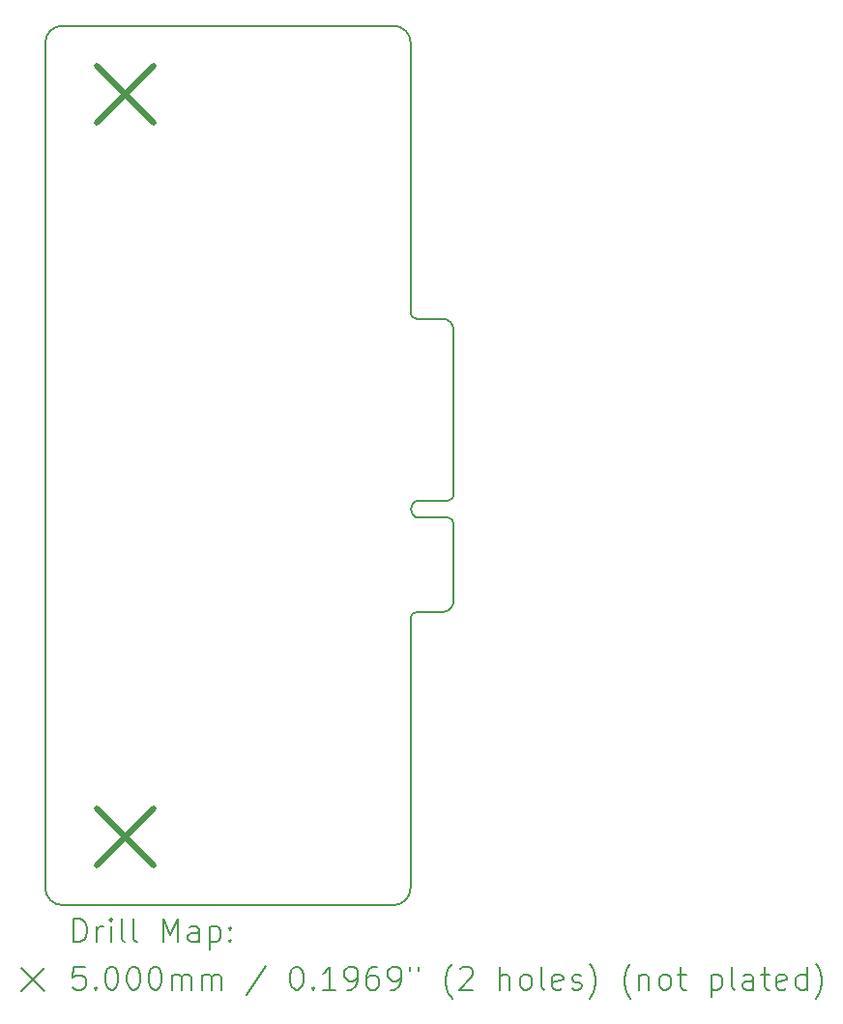
<source format=gbr>
%TF.GenerationSoftware,KiCad,Pcbnew,8.0.4*%
%TF.CreationDate,2025-01-31T11:06:43+01:00*%
%TF.ProjectId,uconsole-expansion-card-template.kicad_pcb_2.54,75636f6e-736f-46c6-952d-657870616e73,0.1*%
%TF.SameCoordinates,Original*%
%TF.FileFunction,Drillmap*%
%TF.FilePolarity,Positive*%
%FSLAX45Y45*%
G04 Gerber Fmt 4.5, Leading zero omitted, Abs format (unit mm)*
G04 Created by KiCad (PCBNEW 8.0.4) date 2025-01-31 11:06:43*
%MOMM*%
%LPD*%
G01*
G04 APERTURE LIST*
%ADD10C,0.200000*%
%ADD11C,0.500000*%
G04 APERTURE END LIST*
D10*
X11688500Y-8715000D02*
G75*
G02*
X11788500Y-8815000I0J-100000D01*
G01*
X8361500Y-6150000D02*
X11261500Y-6150000D01*
X8361500Y-13850000D02*
G75*
G02*
X8211500Y-13700000I0J150000D01*
G01*
X11788500Y-11185000D02*
G75*
G02*
X11688500Y-11285000I-100000J0D01*
G01*
X11688500Y-11285000D02*
X11461500Y-11285000D01*
X11411500Y-6300000D02*
X11411500Y-8665000D01*
X11411500Y-11335000D02*
X11411500Y-13700000D01*
X11788500Y-8815000D02*
X11788500Y-10258000D01*
X11261500Y-13850000D02*
X8361500Y-13850000D01*
X8211500Y-13700000D02*
X8211500Y-6300000D01*
X11788500Y-10258000D02*
G75*
G02*
X11738500Y-10308000I-50000J0D01*
G01*
X11488500Y-10458000D02*
G75*
G02*
X11488500Y-10308000I0J75000D01*
G01*
X11411500Y-11335000D02*
G75*
G02*
X11461500Y-11285000I50000J0D01*
G01*
X11488500Y-10308000D02*
X11738500Y-10308000D01*
X11738500Y-10458000D02*
G75*
G02*
X11788500Y-10508000I0J-50000D01*
G01*
X11411500Y-13700000D02*
G75*
G02*
X11261500Y-13850000I-150000J0D01*
G01*
X11788500Y-10508000D02*
X11788500Y-11185000D01*
X11461500Y-8715000D02*
G75*
G02*
X11411500Y-8665000I0J50000D01*
G01*
X11461500Y-8715000D02*
X11688500Y-8715000D01*
X11738500Y-10458000D02*
X11488500Y-10458000D01*
X11261500Y-6150000D02*
G75*
G02*
X11411500Y-6300000I0J-150000D01*
G01*
X8211500Y-6300000D02*
G75*
G02*
X8361500Y-6150000I150000J0D01*
G01*
D11*
X8661500Y-13000000D02*
X9161500Y-13500000D01*
X9161500Y-13000000D02*
X8661500Y-13500000D01*
X8662880Y-6498800D02*
X9162880Y-6998800D01*
X9162880Y-6498800D02*
X8662880Y-6998800D01*
D10*
X8462277Y-14171484D02*
X8462277Y-13971484D01*
X8462277Y-13971484D02*
X8509896Y-13971484D01*
X8509896Y-13971484D02*
X8538467Y-13981008D01*
X8538467Y-13981008D02*
X8557515Y-14000055D01*
X8557515Y-14000055D02*
X8567039Y-14019103D01*
X8567039Y-14019103D02*
X8576563Y-14057198D01*
X8576563Y-14057198D02*
X8576563Y-14085769D01*
X8576563Y-14085769D02*
X8567039Y-14123865D01*
X8567039Y-14123865D02*
X8557515Y-14142912D01*
X8557515Y-14142912D02*
X8538467Y-14161960D01*
X8538467Y-14161960D02*
X8509896Y-14171484D01*
X8509896Y-14171484D02*
X8462277Y-14171484D01*
X8662277Y-14171484D02*
X8662277Y-14038150D01*
X8662277Y-14076246D02*
X8671801Y-14057198D01*
X8671801Y-14057198D02*
X8681324Y-14047674D01*
X8681324Y-14047674D02*
X8700372Y-14038150D01*
X8700372Y-14038150D02*
X8719420Y-14038150D01*
X8786086Y-14171484D02*
X8786086Y-14038150D01*
X8786086Y-13971484D02*
X8776563Y-13981008D01*
X8776563Y-13981008D02*
X8786086Y-13990531D01*
X8786086Y-13990531D02*
X8795610Y-13981008D01*
X8795610Y-13981008D02*
X8786086Y-13971484D01*
X8786086Y-13971484D02*
X8786086Y-13990531D01*
X8909896Y-14171484D02*
X8890848Y-14161960D01*
X8890848Y-14161960D02*
X8881324Y-14142912D01*
X8881324Y-14142912D02*
X8881324Y-13971484D01*
X9014658Y-14171484D02*
X8995610Y-14161960D01*
X8995610Y-14161960D02*
X8986086Y-14142912D01*
X8986086Y-14142912D02*
X8986086Y-13971484D01*
X9243229Y-14171484D02*
X9243229Y-13971484D01*
X9243229Y-13971484D02*
X9309896Y-14114341D01*
X9309896Y-14114341D02*
X9376563Y-13971484D01*
X9376563Y-13971484D02*
X9376563Y-14171484D01*
X9557515Y-14171484D02*
X9557515Y-14066722D01*
X9557515Y-14066722D02*
X9547991Y-14047674D01*
X9547991Y-14047674D02*
X9528944Y-14038150D01*
X9528944Y-14038150D02*
X9490848Y-14038150D01*
X9490848Y-14038150D02*
X9471801Y-14047674D01*
X9557515Y-14161960D02*
X9538467Y-14171484D01*
X9538467Y-14171484D02*
X9490848Y-14171484D01*
X9490848Y-14171484D02*
X9471801Y-14161960D01*
X9471801Y-14161960D02*
X9462277Y-14142912D01*
X9462277Y-14142912D02*
X9462277Y-14123865D01*
X9462277Y-14123865D02*
X9471801Y-14104817D01*
X9471801Y-14104817D02*
X9490848Y-14095293D01*
X9490848Y-14095293D02*
X9538467Y-14095293D01*
X9538467Y-14095293D02*
X9557515Y-14085769D01*
X9652753Y-14038150D02*
X9652753Y-14238150D01*
X9652753Y-14047674D02*
X9671801Y-14038150D01*
X9671801Y-14038150D02*
X9709896Y-14038150D01*
X9709896Y-14038150D02*
X9728944Y-14047674D01*
X9728944Y-14047674D02*
X9738467Y-14057198D01*
X9738467Y-14057198D02*
X9747991Y-14076246D01*
X9747991Y-14076246D02*
X9747991Y-14133388D01*
X9747991Y-14133388D02*
X9738467Y-14152436D01*
X9738467Y-14152436D02*
X9728944Y-14161960D01*
X9728944Y-14161960D02*
X9709896Y-14171484D01*
X9709896Y-14171484D02*
X9671801Y-14171484D01*
X9671801Y-14171484D02*
X9652753Y-14161960D01*
X9833705Y-14152436D02*
X9843229Y-14161960D01*
X9843229Y-14161960D02*
X9833705Y-14171484D01*
X9833705Y-14171484D02*
X9824182Y-14161960D01*
X9824182Y-14161960D02*
X9833705Y-14152436D01*
X9833705Y-14152436D02*
X9833705Y-14171484D01*
X9833705Y-14047674D02*
X9843229Y-14057198D01*
X9843229Y-14057198D02*
X9833705Y-14066722D01*
X9833705Y-14066722D02*
X9824182Y-14057198D01*
X9824182Y-14057198D02*
X9833705Y-14047674D01*
X9833705Y-14047674D02*
X9833705Y-14066722D01*
X8001500Y-14400000D02*
X8201500Y-14600000D01*
X8201500Y-14400000D02*
X8001500Y-14600000D01*
X8557515Y-14391484D02*
X8462277Y-14391484D01*
X8462277Y-14391484D02*
X8452753Y-14486722D01*
X8452753Y-14486722D02*
X8462277Y-14477198D01*
X8462277Y-14477198D02*
X8481324Y-14467674D01*
X8481324Y-14467674D02*
X8528944Y-14467674D01*
X8528944Y-14467674D02*
X8547991Y-14477198D01*
X8547991Y-14477198D02*
X8557515Y-14486722D01*
X8557515Y-14486722D02*
X8567039Y-14505769D01*
X8567039Y-14505769D02*
X8567039Y-14553388D01*
X8567039Y-14553388D02*
X8557515Y-14572436D01*
X8557515Y-14572436D02*
X8547991Y-14581960D01*
X8547991Y-14581960D02*
X8528944Y-14591484D01*
X8528944Y-14591484D02*
X8481324Y-14591484D01*
X8481324Y-14591484D02*
X8462277Y-14581960D01*
X8462277Y-14581960D02*
X8452753Y-14572436D01*
X8652753Y-14572436D02*
X8662277Y-14581960D01*
X8662277Y-14581960D02*
X8652753Y-14591484D01*
X8652753Y-14591484D02*
X8643229Y-14581960D01*
X8643229Y-14581960D02*
X8652753Y-14572436D01*
X8652753Y-14572436D02*
X8652753Y-14591484D01*
X8786086Y-14391484D02*
X8805134Y-14391484D01*
X8805134Y-14391484D02*
X8824182Y-14401008D01*
X8824182Y-14401008D02*
X8833705Y-14410531D01*
X8833705Y-14410531D02*
X8843229Y-14429579D01*
X8843229Y-14429579D02*
X8852753Y-14467674D01*
X8852753Y-14467674D02*
X8852753Y-14515293D01*
X8852753Y-14515293D02*
X8843229Y-14553388D01*
X8843229Y-14553388D02*
X8833705Y-14572436D01*
X8833705Y-14572436D02*
X8824182Y-14581960D01*
X8824182Y-14581960D02*
X8805134Y-14591484D01*
X8805134Y-14591484D02*
X8786086Y-14591484D01*
X8786086Y-14591484D02*
X8767039Y-14581960D01*
X8767039Y-14581960D02*
X8757515Y-14572436D01*
X8757515Y-14572436D02*
X8747991Y-14553388D01*
X8747991Y-14553388D02*
X8738467Y-14515293D01*
X8738467Y-14515293D02*
X8738467Y-14467674D01*
X8738467Y-14467674D02*
X8747991Y-14429579D01*
X8747991Y-14429579D02*
X8757515Y-14410531D01*
X8757515Y-14410531D02*
X8767039Y-14401008D01*
X8767039Y-14401008D02*
X8786086Y-14391484D01*
X8976563Y-14391484D02*
X8995610Y-14391484D01*
X8995610Y-14391484D02*
X9014658Y-14401008D01*
X9014658Y-14401008D02*
X9024182Y-14410531D01*
X9024182Y-14410531D02*
X9033705Y-14429579D01*
X9033705Y-14429579D02*
X9043229Y-14467674D01*
X9043229Y-14467674D02*
X9043229Y-14515293D01*
X9043229Y-14515293D02*
X9033705Y-14553388D01*
X9033705Y-14553388D02*
X9024182Y-14572436D01*
X9024182Y-14572436D02*
X9014658Y-14581960D01*
X9014658Y-14581960D02*
X8995610Y-14591484D01*
X8995610Y-14591484D02*
X8976563Y-14591484D01*
X8976563Y-14591484D02*
X8957515Y-14581960D01*
X8957515Y-14581960D02*
X8947991Y-14572436D01*
X8947991Y-14572436D02*
X8938467Y-14553388D01*
X8938467Y-14553388D02*
X8928944Y-14515293D01*
X8928944Y-14515293D02*
X8928944Y-14467674D01*
X8928944Y-14467674D02*
X8938467Y-14429579D01*
X8938467Y-14429579D02*
X8947991Y-14410531D01*
X8947991Y-14410531D02*
X8957515Y-14401008D01*
X8957515Y-14401008D02*
X8976563Y-14391484D01*
X9167039Y-14391484D02*
X9186086Y-14391484D01*
X9186086Y-14391484D02*
X9205134Y-14401008D01*
X9205134Y-14401008D02*
X9214658Y-14410531D01*
X9214658Y-14410531D02*
X9224182Y-14429579D01*
X9224182Y-14429579D02*
X9233705Y-14467674D01*
X9233705Y-14467674D02*
X9233705Y-14515293D01*
X9233705Y-14515293D02*
X9224182Y-14553388D01*
X9224182Y-14553388D02*
X9214658Y-14572436D01*
X9214658Y-14572436D02*
X9205134Y-14581960D01*
X9205134Y-14581960D02*
X9186086Y-14591484D01*
X9186086Y-14591484D02*
X9167039Y-14591484D01*
X9167039Y-14591484D02*
X9147991Y-14581960D01*
X9147991Y-14581960D02*
X9138467Y-14572436D01*
X9138467Y-14572436D02*
X9128944Y-14553388D01*
X9128944Y-14553388D02*
X9119420Y-14515293D01*
X9119420Y-14515293D02*
X9119420Y-14467674D01*
X9119420Y-14467674D02*
X9128944Y-14429579D01*
X9128944Y-14429579D02*
X9138467Y-14410531D01*
X9138467Y-14410531D02*
X9147991Y-14401008D01*
X9147991Y-14401008D02*
X9167039Y-14391484D01*
X9319420Y-14591484D02*
X9319420Y-14458150D01*
X9319420Y-14477198D02*
X9328944Y-14467674D01*
X9328944Y-14467674D02*
X9347991Y-14458150D01*
X9347991Y-14458150D02*
X9376563Y-14458150D01*
X9376563Y-14458150D02*
X9395610Y-14467674D01*
X9395610Y-14467674D02*
X9405134Y-14486722D01*
X9405134Y-14486722D02*
X9405134Y-14591484D01*
X9405134Y-14486722D02*
X9414658Y-14467674D01*
X9414658Y-14467674D02*
X9433705Y-14458150D01*
X9433705Y-14458150D02*
X9462277Y-14458150D01*
X9462277Y-14458150D02*
X9481325Y-14467674D01*
X9481325Y-14467674D02*
X9490848Y-14486722D01*
X9490848Y-14486722D02*
X9490848Y-14591484D01*
X9586086Y-14591484D02*
X9586086Y-14458150D01*
X9586086Y-14477198D02*
X9595610Y-14467674D01*
X9595610Y-14467674D02*
X9614658Y-14458150D01*
X9614658Y-14458150D02*
X9643229Y-14458150D01*
X9643229Y-14458150D02*
X9662277Y-14467674D01*
X9662277Y-14467674D02*
X9671801Y-14486722D01*
X9671801Y-14486722D02*
X9671801Y-14591484D01*
X9671801Y-14486722D02*
X9681325Y-14467674D01*
X9681325Y-14467674D02*
X9700372Y-14458150D01*
X9700372Y-14458150D02*
X9728944Y-14458150D01*
X9728944Y-14458150D02*
X9747991Y-14467674D01*
X9747991Y-14467674D02*
X9757515Y-14486722D01*
X9757515Y-14486722D02*
X9757515Y-14591484D01*
X10147991Y-14381960D02*
X9976563Y-14639103D01*
X10405134Y-14391484D02*
X10424182Y-14391484D01*
X10424182Y-14391484D02*
X10443229Y-14401008D01*
X10443229Y-14401008D02*
X10452753Y-14410531D01*
X10452753Y-14410531D02*
X10462277Y-14429579D01*
X10462277Y-14429579D02*
X10471801Y-14467674D01*
X10471801Y-14467674D02*
X10471801Y-14515293D01*
X10471801Y-14515293D02*
X10462277Y-14553388D01*
X10462277Y-14553388D02*
X10452753Y-14572436D01*
X10452753Y-14572436D02*
X10443229Y-14581960D01*
X10443229Y-14581960D02*
X10424182Y-14591484D01*
X10424182Y-14591484D02*
X10405134Y-14591484D01*
X10405134Y-14591484D02*
X10386087Y-14581960D01*
X10386087Y-14581960D02*
X10376563Y-14572436D01*
X10376563Y-14572436D02*
X10367039Y-14553388D01*
X10367039Y-14553388D02*
X10357515Y-14515293D01*
X10357515Y-14515293D02*
X10357515Y-14467674D01*
X10357515Y-14467674D02*
X10367039Y-14429579D01*
X10367039Y-14429579D02*
X10376563Y-14410531D01*
X10376563Y-14410531D02*
X10386087Y-14401008D01*
X10386087Y-14401008D02*
X10405134Y-14391484D01*
X10557515Y-14572436D02*
X10567039Y-14581960D01*
X10567039Y-14581960D02*
X10557515Y-14591484D01*
X10557515Y-14591484D02*
X10547991Y-14581960D01*
X10547991Y-14581960D02*
X10557515Y-14572436D01*
X10557515Y-14572436D02*
X10557515Y-14591484D01*
X10757515Y-14591484D02*
X10643229Y-14591484D01*
X10700372Y-14591484D02*
X10700372Y-14391484D01*
X10700372Y-14391484D02*
X10681325Y-14420055D01*
X10681325Y-14420055D02*
X10662277Y-14439103D01*
X10662277Y-14439103D02*
X10643229Y-14448627D01*
X10852753Y-14591484D02*
X10890848Y-14591484D01*
X10890848Y-14591484D02*
X10909896Y-14581960D01*
X10909896Y-14581960D02*
X10919420Y-14572436D01*
X10919420Y-14572436D02*
X10938468Y-14543865D01*
X10938468Y-14543865D02*
X10947991Y-14505769D01*
X10947991Y-14505769D02*
X10947991Y-14429579D01*
X10947991Y-14429579D02*
X10938468Y-14410531D01*
X10938468Y-14410531D02*
X10928944Y-14401008D01*
X10928944Y-14401008D02*
X10909896Y-14391484D01*
X10909896Y-14391484D02*
X10871801Y-14391484D01*
X10871801Y-14391484D02*
X10852753Y-14401008D01*
X10852753Y-14401008D02*
X10843229Y-14410531D01*
X10843229Y-14410531D02*
X10833706Y-14429579D01*
X10833706Y-14429579D02*
X10833706Y-14477198D01*
X10833706Y-14477198D02*
X10843229Y-14496246D01*
X10843229Y-14496246D02*
X10852753Y-14505769D01*
X10852753Y-14505769D02*
X10871801Y-14515293D01*
X10871801Y-14515293D02*
X10909896Y-14515293D01*
X10909896Y-14515293D02*
X10928944Y-14505769D01*
X10928944Y-14505769D02*
X10938468Y-14496246D01*
X10938468Y-14496246D02*
X10947991Y-14477198D01*
X11119420Y-14391484D02*
X11081325Y-14391484D01*
X11081325Y-14391484D02*
X11062277Y-14401008D01*
X11062277Y-14401008D02*
X11052753Y-14410531D01*
X11052753Y-14410531D02*
X11033706Y-14439103D01*
X11033706Y-14439103D02*
X11024182Y-14477198D01*
X11024182Y-14477198D02*
X11024182Y-14553388D01*
X11024182Y-14553388D02*
X11033706Y-14572436D01*
X11033706Y-14572436D02*
X11043229Y-14581960D01*
X11043229Y-14581960D02*
X11062277Y-14591484D01*
X11062277Y-14591484D02*
X11100372Y-14591484D01*
X11100372Y-14591484D02*
X11119420Y-14581960D01*
X11119420Y-14581960D02*
X11128944Y-14572436D01*
X11128944Y-14572436D02*
X11138468Y-14553388D01*
X11138468Y-14553388D02*
X11138468Y-14505769D01*
X11138468Y-14505769D02*
X11128944Y-14486722D01*
X11128944Y-14486722D02*
X11119420Y-14477198D01*
X11119420Y-14477198D02*
X11100372Y-14467674D01*
X11100372Y-14467674D02*
X11062277Y-14467674D01*
X11062277Y-14467674D02*
X11043229Y-14477198D01*
X11043229Y-14477198D02*
X11033706Y-14486722D01*
X11033706Y-14486722D02*
X11024182Y-14505769D01*
X11233706Y-14591484D02*
X11271801Y-14591484D01*
X11271801Y-14591484D02*
X11290848Y-14581960D01*
X11290848Y-14581960D02*
X11300372Y-14572436D01*
X11300372Y-14572436D02*
X11319420Y-14543865D01*
X11319420Y-14543865D02*
X11328944Y-14505769D01*
X11328944Y-14505769D02*
X11328944Y-14429579D01*
X11328944Y-14429579D02*
X11319420Y-14410531D01*
X11319420Y-14410531D02*
X11309896Y-14401008D01*
X11309896Y-14401008D02*
X11290848Y-14391484D01*
X11290848Y-14391484D02*
X11252753Y-14391484D01*
X11252753Y-14391484D02*
X11233706Y-14401008D01*
X11233706Y-14401008D02*
X11224182Y-14410531D01*
X11224182Y-14410531D02*
X11214658Y-14429579D01*
X11214658Y-14429579D02*
X11214658Y-14477198D01*
X11214658Y-14477198D02*
X11224182Y-14496246D01*
X11224182Y-14496246D02*
X11233706Y-14505769D01*
X11233706Y-14505769D02*
X11252753Y-14515293D01*
X11252753Y-14515293D02*
X11290848Y-14515293D01*
X11290848Y-14515293D02*
X11309896Y-14505769D01*
X11309896Y-14505769D02*
X11319420Y-14496246D01*
X11319420Y-14496246D02*
X11328944Y-14477198D01*
X11405134Y-14391484D02*
X11405134Y-14429579D01*
X11481325Y-14391484D02*
X11481325Y-14429579D01*
X11776563Y-14667674D02*
X11767039Y-14658150D01*
X11767039Y-14658150D02*
X11747991Y-14629579D01*
X11747991Y-14629579D02*
X11738468Y-14610531D01*
X11738468Y-14610531D02*
X11728944Y-14581960D01*
X11728944Y-14581960D02*
X11719420Y-14534341D01*
X11719420Y-14534341D02*
X11719420Y-14496246D01*
X11719420Y-14496246D02*
X11728944Y-14448627D01*
X11728944Y-14448627D02*
X11738468Y-14420055D01*
X11738468Y-14420055D02*
X11747991Y-14401008D01*
X11747991Y-14401008D02*
X11767039Y-14372436D01*
X11767039Y-14372436D02*
X11776563Y-14362912D01*
X11843229Y-14410531D02*
X11852753Y-14401008D01*
X11852753Y-14401008D02*
X11871801Y-14391484D01*
X11871801Y-14391484D02*
X11919420Y-14391484D01*
X11919420Y-14391484D02*
X11938468Y-14401008D01*
X11938468Y-14401008D02*
X11947991Y-14410531D01*
X11947991Y-14410531D02*
X11957515Y-14429579D01*
X11957515Y-14429579D02*
X11957515Y-14448627D01*
X11957515Y-14448627D02*
X11947991Y-14477198D01*
X11947991Y-14477198D02*
X11833706Y-14591484D01*
X11833706Y-14591484D02*
X11957515Y-14591484D01*
X12195610Y-14591484D02*
X12195610Y-14391484D01*
X12281325Y-14591484D02*
X12281325Y-14486722D01*
X12281325Y-14486722D02*
X12271801Y-14467674D01*
X12271801Y-14467674D02*
X12252753Y-14458150D01*
X12252753Y-14458150D02*
X12224182Y-14458150D01*
X12224182Y-14458150D02*
X12205134Y-14467674D01*
X12205134Y-14467674D02*
X12195610Y-14477198D01*
X12405134Y-14591484D02*
X12386087Y-14581960D01*
X12386087Y-14581960D02*
X12376563Y-14572436D01*
X12376563Y-14572436D02*
X12367039Y-14553388D01*
X12367039Y-14553388D02*
X12367039Y-14496246D01*
X12367039Y-14496246D02*
X12376563Y-14477198D01*
X12376563Y-14477198D02*
X12386087Y-14467674D01*
X12386087Y-14467674D02*
X12405134Y-14458150D01*
X12405134Y-14458150D02*
X12433706Y-14458150D01*
X12433706Y-14458150D02*
X12452753Y-14467674D01*
X12452753Y-14467674D02*
X12462277Y-14477198D01*
X12462277Y-14477198D02*
X12471801Y-14496246D01*
X12471801Y-14496246D02*
X12471801Y-14553388D01*
X12471801Y-14553388D02*
X12462277Y-14572436D01*
X12462277Y-14572436D02*
X12452753Y-14581960D01*
X12452753Y-14581960D02*
X12433706Y-14591484D01*
X12433706Y-14591484D02*
X12405134Y-14591484D01*
X12586087Y-14591484D02*
X12567039Y-14581960D01*
X12567039Y-14581960D02*
X12557515Y-14562912D01*
X12557515Y-14562912D02*
X12557515Y-14391484D01*
X12738468Y-14581960D02*
X12719420Y-14591484D01*
X12719420Y-14591484D02*
X12681325Y-14591484D01*
X12681325Y-14591484D02*
X12662277Y-14581960D01*
X12662277Y-14581960D02*
X12652753Y-14562912D01*
X12652753Y-14562912D02*
X12652753Y-14486722D01*
X12652753Y-14486722D02*
X12662277Y-14467674D01*
X12662277Y-14467674D02*
X12681325Y-14458150D01*
X12681325Y-14458150D02*
X12719420Y-14458150D01*
X12719420Y-14458150D02*
X12738468Y-14467674D01*
X12738468Y-14467674D02*
X12747991Y-14486722D01*
X12747991Y-14486722D02*
X12747991Y-14505769D01*
X12747991Y-14505769D02*
X12652753Y-14524817D01*
X12824182Y-14581960D02*
X12843230Y-14591484D01*
X12843230Y-14591484D02*
X12881325Y-14591484D01*
X12881325Y-14591484D02*
X12900372Y-14581960D01*
X12900372Y-14581960D02*
X12909896Y-14562912D01*
X12909896Y-14562912D02*
X12909896Y-14553388D01*
X12909896Y-14553388D02*
X12900372Y-14534341D01*
X12900372Y-14534341D02*
X12881325Y-14524817D01*
X12881325Y-14524817D02*
X12852753Y-14524817D01*
X12852753Y-14524817D02*
X12833706Y-14515293D01*
X12833706Y-14515293D02*
X12824182Y-14496246D01*
X12824182Y-14496246D02*
X12824182Y-14486722D01*
X12824182Y-14486722D02*
X12833706Y-14467674D01*
X12833706Y-14467674D02*
X12852753Y-14458150D01*
X12852753Y-14458150D02*
X12881325Y-14458150D01*
X12881325Y-14458150D02*
X12900372Y-14467674D01*
X12976563Y-14667674D02*
X12986087Y-14658150D01*
X12986087Y-14658150D02*
X13005134Y-14629579D01*
X13005134Y-14629579D02*
X13014658Y-14610531D01*
X13014658Y-14610531D02*
X13024182Y-14581960D01*
X13024182Y-14581960D02*
X13033706Y-14534341D01*
X13033706Y-14534341D02*
X13033706Y-14496246D01*
X13033706Y-14496246D02*
X13024182Y-14448627D01*
X13024182Y-14448627D02*
X13014658Y-14420055D01*
X13014658Y-14420055D02*
X13005134Y-14401008D01*
X13005134Y-14401008D02*
X12986087Y-14372436D01*
X12986087Y-14372436D02*
X12976563Y-14362912D01*
X13338468Y-14667674D02*
X13328944Y-14658150D01*
X13328944Y-14658150D02*
X13309896Y-14629579D01*
X13309896Y-14629579D02*
X13300372Y-14610531D01*
X13300372Y-14610531D02*
X13290849Y-14581960D01*
X13290849Y-14581960D02*
X13281325Y-14534341D01*
X13281325Y-14534341D02*
X13281325Y-14496246D01*
X13281325Y-14496246D02*
X13290849Y-14448627D01*
X13290849Y-14448627D02*
X13300372Y-14420055D01*
X13300372Y-14420055D02*
X13309896Y-14401008D01*
X13309896Y-14401008D02*
X13328944Y-14372436D01*
X13328944Y-14372436D02*
X13338468Y-14362912D01*
X13414658Y-14458150D02*
X13414658Y-14591484D01*
X13414658Y-14477198D02*
X13424182Y-14467674D01*
X13424182Y-14467674D02*
X13443230Y-14458150D01*
X13443230Y-14458150D02*
X13471801Y-14458150D01*
X13471801Y-14458150D02*
X13490849Y-14467674D01*
X13490849Y-14467674D02*
X13500372Y-14486722D01*
X13500372Y-14486722D02*
X13500372Y-14591484D01*
X13624182Y-14591484D02*
X13605134Y-14581960D01*
X13605134Y-14581960D02*
X13595611Y-14572436D01*
X13595611Y-14572436D02*
X13586087Y-14553388D01*
X13586087Y-14553388D02*
X13586087Y-14496246D01*
X13586087Y-14496246D02*
X13595611Y-14477198D01*
X13595611Y-14477198D02*
X13605134Y-14467674D01*
X13605134Y-14467674D02*
X13624182Y-14458150D01*
X13624182Y-14458150D02*
X13652753Y-14458150D01*
X13652753Y-14458150D02*
X13671801Y-14467674D01*
X13671801Y-14467674D02*
X13681325Y-14477198D01*
X13681325Y-14477198D02*
X13690849Y-14496246D01*
X13690849Y-14496246D02*
X13690849Y-14553388D01*
X13690849Y-14553388D02*
X13681325Y-14572436D01*
X13681325Y-14572436D02*
X13671801Y-14581960D01*
X13671801Y-14581960D02*
X13652753Y-14591484D01*
X13652753Y-14591484D02*
X13624182Y-14591484D01*
X13747992Y-14458150D02*
X13824182Y-14458150D01*
X13776563Y-14391484D02*
X13776563Y-14562912D01*
X13776563Y-14562912D02*
X13786087Y-14581960D01*
X13786087Y-14581960D02*
X13805134Y-14591484D01*
X13805134Y-14591484D02*
X13824182Y-14591484D01*
X14043230Y-14458150D02*
X14043230Y-14658150D01*
X14043230Y-14467674D02*
X14062277Y-14458150D01*
X14062277Y-14458150D02*
X14100373Y-14458150D01*
X14100373Y-14458150D02*
X14119420Y-14467674D01*
X14119420Y-14467674D02*
X14128944Y-14477198D01*
X14128944Y-14477198D02*
X14138468Y-14496246D01*
X14138468Y-14496246D02*
X14138468Y-14553388D01*
X14138468Y-14553388D02*
X14128944Y-14572436D01*
X14128944Y-14572436D02*
X14119420Y-14581960D01*
X14119420Y-14581960D02*
X14100373Y-14591484D01*
X14100373Y-14591484D02*
X14062277Y-14591484D01*
X14062277Y-14591484D02*
X14043230Y-14581960D01*
X14252753Y-14591484D02*
X14233706Y-14581960D01*
X14233706Y-14581960D02*
X14224182Y-14562912D01*
X14224182Y-14562912D02*
X14224182Y-14391484D01*
X14414658Y-14591484D02*
X14414658Y-14486722D01*
X14414658Y-14486722D02*
X14405134Y-14467674D01*
X14405134Y-14467674D02*
X14386087Y-14458150D01*
X14386087Y-14458150D02*
X14347992Y-14458150D01*
X14347992Y-14458150D02*
X14328944Y-14467674D01*
X14414658Y-14581960D02*
X14395611Y-14591484D01*
X14395611Y-14591484D02*
X14347992Y-14591484D01*
X14347992Y-14591484D02*
X14328944Y-14581960D01*
X14328944Y-14581960D02*
X14319420Y-14562912D01*
X14319420Y-14562912D02*
X14319420Y-14543865D01*
X14319420Y-14543865D02*
X14328944Y-14524817D01*
X14328944Y-14524817D02*
X14347992Y-14515293D01*
X14347992Y-14515293D02*
X14395611Y-14515293D01*
X14395611Y-14515293D02*
X14414658Y-14505769D01*
X14481325Y-14458150D02*
X14557515Y-14458150D01*
X14509896Y-14391484D02*
X14509896Y-14562912D01*
X14509896Y-14562912D02*
X14519420Y-14581960D01*
X14519420Y-14581960D02*
X14538468Y-14591484D01*
X14538468Y-14591484D02*
X14557515Y-14591484D01*
X14700373Y-14581960D02*
X14681325Y-14591484D01*
X14681325Y-14591484D02*
X14643230Y-14591484D01*
X14643230Y-14591484D02*
X14624182Y-14581960D01*
X14624182Y-14581960D02*
X14614658Y-14562912D01*
X14614658Y-14562912D02*
X14614658Y-14486722D01*
X14614658Y-14486722D02*
X14624182Y-14467674D01*
X14624182Y-14467674D02*
X14643230Y-14458150D01*
X14643230Y-14458150D02*
X14681325Y-14458150D01*
X14681325Y-14458150D02*
X14700373Y-14467674D01*
X14700373Y-14467674D02*
X14709896Y-14486722D01*
X14709896Y-14486722D02*
X14709896Y-14505769D01*
X14709896Y-14505769D02*
X14614658Y-14524817D01*
X14881325Y-14591484D02*
X14881325Y-14391484D01*
X14881325Y-14581960D02*
X14862277Y-14591484D01*
X14862277Y-14591484D02*
X14824182Y-14591484D01*
X14824182Y-14591484D02*
X14805134Y-14581960D01*
X14805134Y-14581960D02*
X14795611Y-14572436D01*
X14795611Y-14572436D02*
X14786087Y-14553388D01*
X14786087Y-14553388D02*
X14786087Y-14496246D01*
X14786087Y-14496246D02*
X14795611Y-14477198D01*
X14795611Y-14477198D02*
X14805134Y-14467674D01*
X14805134Y-14467674D02*
X14824182Y-14458150D01*
X14824182Y-14458150D02*
X14862277Y-14458150D01*
X14862277Y-14458150D02*
X14881325Y-14467674D01*
X14957515Y-14667674D02*
X14967039Y-14658150D01*
X14967039Y-14658150D02*
X14986087Y-14629579D01*
X14986087Y-14629579D02*
X14995611Y-14610531D01*
X14995611Y-14610531D02*
X15005134Y-14581960D01*
X15005134Y-14581960D02*
X15014658Y-14534341D01*
X15014658Y-14534341D02*
X15014658Y-14496246D01*
X15014658Y-14496246D02*
X15005134Y-14448627D01*
X15005134Y-14448627D02*
X14995611Y-14420055D01*
X14995611Y-14420055D02*
X14986087Y-14401008D01*
X14986087Y-14401008D02*
X14967039Y-14372436D01*
X14967039Y-14372436D02*
X14957515Y-14362912D01*
M02*

</source>
